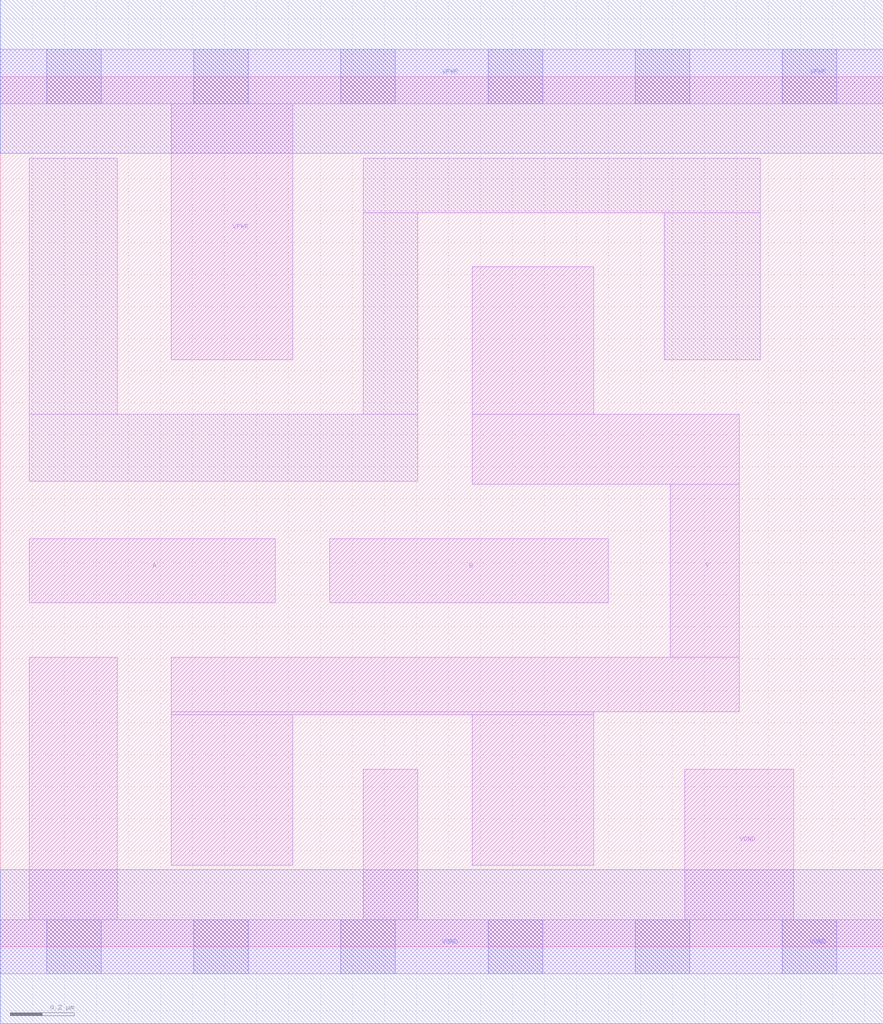
<source format=lef>
# Copyright 2020 The SkyWater PDK Authors
#
# Licensed under the Apache License, Version 2.0 (the "License");
# you may not use this file except in compliance with the License.
# You may obtain a copy of the License at
#
#     https://www.apache.org/licenses/LICENSE-2.0
#
# Unless required by applicable law or agreed to in writing, software
# distributed under the License is distributed on an "AS IS" BASIS,
# WITHOUT WARRANTIES OR CONDITIONS OF ANY KIND, either express or implied.
# See the License for the specific language governing permissions and
# limitations under the License.
#
# SPDX-License-Identifier: Apache-2.0

VERSION 5.7 ;
  NAMESCASESENSITIVE ON ;
  NOWIREEXTENSIONATPIN ON ;
  DIVIDERCHAR "/" ;
  BUSBITCHARS "[]" ;
UNITS
  DATABASE MICRONS 200 ;
END UNITS
PROPERTYDEFINITIONS
  MACRO maskLayoutSubType STRING ;
  MACRO prCellType STRING ;
  MACRO originalViewName STRING ;
END PROPERTYDEFINITIONS
MACRO sky130_fd_sc_hdll__nor2_2
  CLASS CORE ;
  FOREIGN sky130_fd_sc_hdll__nor2_2 ;
  ORIGIN  0.000000  0.000000 ;
  SIZE  2.760000 BY  2.720000 ;
  SYMMETRY X Y R90 ;
  SITE unithd ;
  PIN A
    ANTENNAGATEAREA  0.555000 ;
    DIRECTION INPUT ;
    USE SIGNAL ;
    PORT
      LAYER li1 ;
        RECT 0.090000 1.075000 0.860000 1.275000 ;
    END
  END A
  PIN B
    ANTENNAGATEAREA  0.555000 ;
    DIRECTION INPUT ;
    USE SIGNAL ;
    PORT
      LAYER li1 ;
        RECT 1.030000 1.075000 1.900000 1.275000 ;
    END
  END B
  PIN Y
    ANTENNADIFFAREA  0.771000 ;
    DIRECTION OUTPUT ;
    USE SIGNAL ;
    PORT
      LAYER li1 ;
        RECT 0.535000 0.255000 0.915000 0.725000 ;
        RECT 0.535000 0.725000 1.855000 0.735000 ;
        RECT 0.535000 0.735000 2.310000 0.905000 ;
        RECT 1.475000 0.255000 1.855000 0.725000 ;
        RECT 1.475000 1.445000 2.310000 1.665000 ;
        RECT 1.475000 1.665000 1.855000 2.125000 ;
        RECT 2.095000 0.905000 2.310000 1.445000 ;
    END
  END Y
  PIN VGND
    DIRECTION INOUT ;
    USE GROUND ;
    PORT
      LAYER li1 ;
        RECT 0.000000 -0.085000 2.760000 0.085000 ;
        RECT 0.090000  0.085000 0.365000 0.905000 ;
        RECT 1.135000  0.085000 1.305000 0.555000 ;
        RECT 2.140000  0.085000 2.480000 0.555000 ;
      LAYER mcon ;
        RECT 0.145000 -0.085000 0.315000 0.085000 ;
        RECT 0.605000 -0.085000 0.775000 0.085000 ;
        RECT 1.065000 -0.085000 1.235000 0.085000 ;
        RECT 1.525000 -0.085000 1.695000 0.085000 ;
        RECT 1.985000 -0.085000 2.155000 0.085000 ;
        RECT 2.445000 -0.085000 2.615000 0.085000 ;
      LAYER met1 ;
        RECT 0.000000 -0.240000 2.760000 0.240000 ;
    END
  END VGND
  PIN VPWR
    DIRECTION INOUT ;
    USE POWER ;
    PORT
      LAYER li1 ;
        RECT 0.000000 2.635000 2.760000 2.805000 ;
        RECT 0.535000 1.835000 0.915000 2.635000 ;
      LAYER mcon ;
        RECT 0.145000 2.635000 0.315000 2.805000 ;
        RECT 0.605000 2.635000 0.775000 2.805000 ;
        RECT 1.065000 2.635000 1.235000 2.805000 ;
        RECT 1.525000 2.635000 1.695000 2.805000 ;
        RECT 1.985000 2.635000 2.155000 2.805000 ;
        RECT 2.445000 2.635000 2.615000 2.805000 ;
      LAYER met1 ;
        RECT 0.000000 2.480000 2.760000 2.960000 ;
    END
  END VPWR
  OBS
    LAYER li1 ;
      RECT 0.090000 1.455000 1.305000 1.665000 ;
      RECT 0.090000 1.665000 0.365000 2.465000 ;
      RECT 1.135000 1.665000 1.305000 2.295000 ;
      RECT 1.135000 2.295000 2.375000 2.465000 ;
      RECT 2.075000 1.835000 2.375000 2.295000 ;
  END
  PROPERTY maskLayoutSubType "abstract" ;
  PROPERTY prCellType "standard" ;
  PROPERTY originalViewName "layout" ;
END sky130_fd_sc_hdll__nor2_2

</source>
